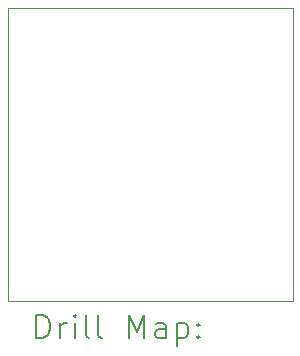
<source format=gbr>
%TF.GenerationSoftware,KiCad,Pcbnew,7.0.1*%
%TF.CreationDate,2023-04-09T02:19:39+02:00*%
%TF.ProjectId,PCB_hello_world,5043425f-6865-46c6-9c6f-5f776f726c64,rev?*%
%TF.SameCoordinates,Original*%
%TF.FileFunction,Drillmap*%
%TF.FilePolarity,Positive*%
%FSLAX45Y45*%
G04 Gerber Fmt 4.5, Leading zero omitted, Abs format (unit mm)*
G04 Created by KiCad (PCBNEW 7.0.1) date 2023-04-09 02:19:39*
%MOMM*%
%LPD*%
G01*
G04 APERTURE LIST*
%ADD10C,0.100000*%
%ADD11C,0.200000*%
G04 APERTURE END LIST*
D10*
X13525500Y-10096500D02*
X15938500Y-10096500D01*
X15938500Y-12573000D01*
X13525500Y-12573000D01*
X13525500Y-10096500D01*
D11*
X13768119Y-12890524D02*
X13768119Y-12690524D01*
X13768119Y-12690524D02*
X13815738Y-12690524D01*
X13815738Y-12690524D02*
X13844309Y-12700048D01*
X13844309Y-12700048D02*
X13863357Y-12719095D01*
X13863357Y-12719095D02*
X13872881Y-12738143D01*
X13872881Y-12738143D02*
X13882405Y-12776238D01*
X13882405Y-12776238D02*
X13882405Y-12804809D01*
X13882405Y-12804809D02*
X13872881Y-12842905D01*
X13872881Y-12842905D02*
X13863357Y-12861952D01*
X13863357Y-12861952D02*
X13844309Y-12881000D01*
X13844309Y-12881000D02*
X13815738Y-12890524D01*
X13815738Y-12890524D02*
X13768119Y-12890524D01*
X13968119Y-12890524D02*
X13968119Y-12757190D01*
X13968119Y-12795286D02*
X13977643Y-12776238D01*
X13977643Y-12776238D02*
X13987167Y-12766714D01*
X13987167Y-12766714D02*
X14006214Y-12757190D01*
X14006214Y-12757190D02*
X14025262Y-12757190D01*
X14091928Y-12890524D02*
X14091928Y-12757190D01*
X14091928Y-12690524D02*
X14082405Y-12700048D01*
X14082405Y-12700048D02*
X14091928Y-12709571D01*
X14091928Y-12709571D02*
X14101452Y-12700048D01*
X14101452Y-12700048D02*
X14091928Y-12690524D01*
X14091928Y-12690524D02*
X14091928Y-12709571D01*
X14215738Y-12890524D02*
X14196690Y-12881000D01*
X14196690Y-12881000D02*
X14187167Y-12861952D01*
X14187167Y-12861952D02*
X14187167Y-12690524D01*
X14320500Y-12890524D02*
X14301452Y-12881000D01*
X14301452Y-12881000D02*
X14291928Y-12861952D01*
X14291928Y-12861952D02*
X14291928Y-12690524D01*
X14549071Y-12890524D02*
X14549071Y-12690524D01*
X14549071Y-12690524D02*
X14615738Y-12833381D01*
X14615738Y-12833381D02*
X14682405Y-12690524D01*
X14682405Y-12690524D02*
X14682405Y-12890524D01*
X14863357Y-12890524D02*
X14863357Y-12785762D01*
X14863357Y-12785762D02*
X14853833Y-12766714D01*
X14853833Y-12766714D02*
X14834786Y-12757190D01*
X14834786Y-12757190D02*
X14796690Y-12757190D01*
X14796690Y-12757190D02*
X14777643Y-12766714D01*
X14863357Y-12881000D02*
X14844309Y-12890524D01*
X14844309Y-12890524D02*
X14796690Y-12890524D01*
X14796690Y-12890524D02*
X14777643Y-12881000D01*
X14777643Y-12881000D02*
X14768119Y-12861952D01*
X14768119Y-12861952D02*
X14768119Y-12842905D01*
X14768119Y-12842905D02*
X14777643Y-12823857D01*
X14777643Y-12823857D02*
X14796690Y-12814333D01*
X14796690Y-12814333D02*
X14844309Y-12814333D01*
X14844309Y-12814333D02*
X14863357Y-12804809D01*
X14958595Y-12757190D02*
X14958595Y-12957190D01*
X14958595Y-12766714D02*
X14977643Y-12757190D01*
X14977643Y-12757190D02*
X15015738Y-12757190D01*
X15015738Y-12757190D02*
X15034786Y-12766714D01*
X15034786Y-12766714D02*
X15044309Y-12776238D01*
X15044309Y-12776238D02*
X15053833Y-12795286D01*
X15053833Y-12795286D02*
X15053833Y-12852428D01*
X15053833Y-12852428D02*
X15044309Y-12871476D01*
X15044309Y-12871476D02*
X15034786Y-12881000D01*
X15034786Y-12881000D02*
X15015738Y-12890524D01*
X15015738Y-12890524D02*
X14977643Y-12890524D01*
X14977643Y-12890524D02*
X14958595Y-12881000D01*
X15139548Y-12871476D02*
X15149071Y-12881000D01*
X15149071Y-12881000D02*
X15139548Y-12890524D01*
X15139548Y-12890524D02*
X15130024Y-12881000D01*
X15130024Y-12881000D02*
X15139548Y-12871476D01*
X15139548Y-12871476D02*
X15139548Y-12890524D01*
X15139548Y-12766714D02*
X15149071Y-12776238D01*
X15149071Y-12776238D02*
X15139548Y-12785762D01*
X15139548Y-12785762D02*
X15130024Y-12776238D01*
X15130024Y-12776238D02*
X15139548Y-12766714D01*
X15139548Y-12766714D02*
X15139548Y-12785762D01*
M02*

</source>
